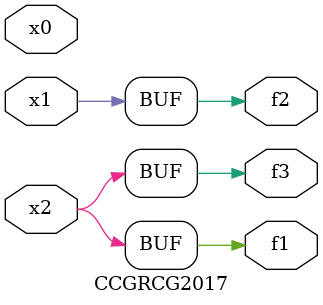
<source format=v>
module CCGRCG2017(
	input x0, x1, x2,
	output f1, f2, f3
);
	assign f1 = x2;
	assign f2 = x1;
	assign f3 = x2;
endmodule

</source>
